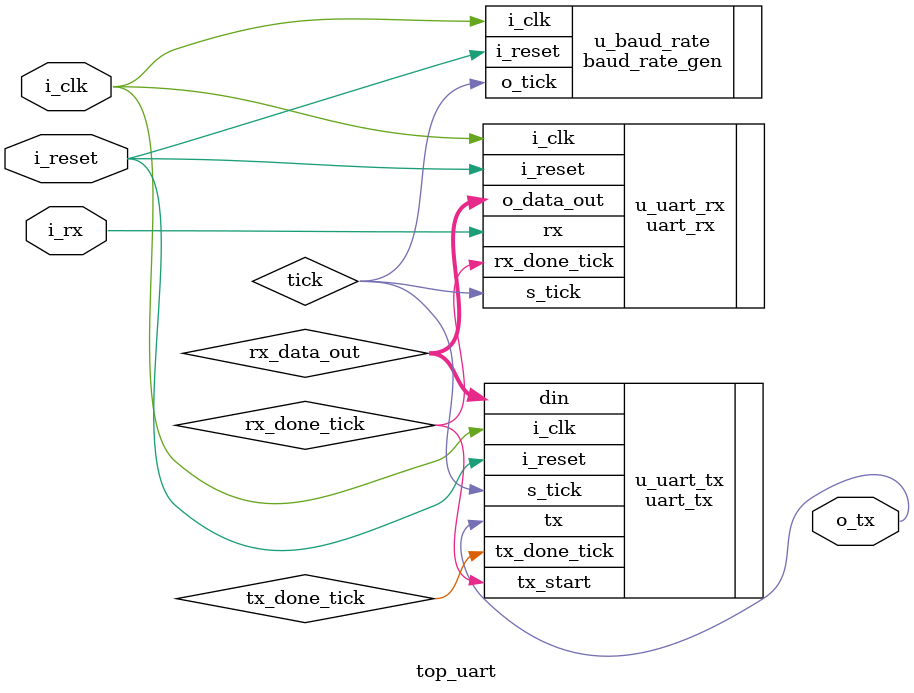
<source format=v>
`timescale 1ns / 1ps

//Listing 8.4
module top_uart
   #( //PARAMETROS
      // Default setting:
      // 19,200 baud, 8 data bits, 1 stop bit, 2^2 FIFO
      parameter DBIT = 8,                   // # data bits
                SB_TICK = 16,               // # ticks for stop bits, 16/24/32
                                            // for 1/1.5/2 stop bits
                BAUDRATE_DIVISOR = 10,      // baud rate divisor
                                            // BAUDRATE_DIVISOR = 50M/(16*baud_rate) ... 19,200BR=>163
                BAUDRATE_DIVISOR_BITS = 8,  // # bits of BAUDRATE_DIVISOR
                //FIFO_W = 2,                  // # addr bits of FIFO
                                            // # words in FIFO=2^FIFO_W
                NB_OP = 6                   //Bit number for operation
   )
   (
   //INPUTS
    input wire              i_clk, 
    input wire              i_reset,
//    input wire              rd_uart, 
//    input wire              wr_uart, 
    input wire              i_rx,
//    input wire  [DBIT-1:0]  w_data,
   //OUTPUTS
//    output wire             tx_full, 
//    output wire             rx_empty, 
    output wire             o_tx
//    output wire [DBIT-1:0]  r_data
   );

   // signal declaration
   wire             tick;               //Clk (Salida del Baud Rate Generator)
   wire             rx_done_tick;       //Salida de RX - Entrada a Interface Circuit
   wire             tx_done_tick;
   wire             tx_empty;
   wire             tx_start;
   wire [DBIT-1:0]  tx_data_out; 
   wire [DBIT-1:0]  rx_data_out;        //Salida de RX - Entrada a Iterface Circuit
   wire [DBIT-1:0]  data_a;
   wire [DBIT-1:0]  data_b;   
   wire [DBIT-1:0]  o_alu;
   wire [NB_OP-1:0] operation;
   

   
   //BAUD RATE GENERATOR
    baud_rate_gen #(
        .BAUDRATE_DIVISOR       (BAUDRATE_DIVISOR),
        .BAUDRATE_DIVISOR_BITS  (BAUDRATE_DIVISOR_BITS)
    )
    u_baud_rate (
        .i_clk          (i_clk),
        .i_reset        (i_reset),
        .o_tick         (tick)      
    );

    //MODULO RECEPTOR
    uart_rx #(
        .DBIT           (DBIT),
        .SB_TICK        (SB_TICK)
    ) 
    u_uart_rx (
        .i_clk          (i_clk), 
        .i_reset        (i_reset), 
        .rx             (i_rx), 
        .s_tick         (tick),
        .rx_done_tick   (rx_done_tick), 
        .o_data_out     (rx_data_out)
      );
    
    //MODULO TRANSMISOR 
    uart_tx #(
        .DBIT           (DBIT),
        .SB_TICK        (SB_TICK)
    ) 
    u_uart_tx (
        .i_clk          (i_clk), 
        .i_reset        (i_reset), 
        .tx_start       (rx_done_tick),
        .s_tick         (tick), 
        .din            (rx_data_out),
        .tx_done_tick   (tx_done_tick), 
        .tx             (o_tx)
    );

//    //MODULO RECEPTOR
//    uart_rx #(.DBIT(DBIT), .SB_TICK(SB_TICK)) 
//    u_uart_rx
//      ( .i_clk          (i_clk), 
//        .i_reset        (i_reset), 
//        .rx             (rx), 
//        .s_tick         (tick),
//        .rx_done_tick   (rx_done_tick), 
//        .o_data_out     (rx_data_out)
//      );
    
//    //MODULO TRANSMISOR 
//    uart_tx 
//    #(  .DBIT(DBIT),.SB_TICK(SB_TICK)) 
//    u_uart_tx
//      ( .i_clk          (i_clk), 
//        .i_reset        (i_reset), 
//        .tx_start       (tx_start),
//        .s_tick         (tick), 
//        .din            (tx_data_out),
//        .tx_done_tick   (tx_done_tick), 
//        .tx             (o_tx)
//      );
      
//    //MODULO INTERFAZ
//    interface_circuit #( .DBIT(DBIT), .NB_OP(NB_OP))
//    u_interface_circuit
//    (   //Input
//        .i_clk          (i_clk),
//        .i_reset        (i_reset),
//        .rx_done_tick   (rx_done_tick),
//        .rx_data_in     (rx_data_out),
//        .alu_data_in    (o_alu),
//        //Output
//        .tx_start       (tx_start),
//        .data_a         (data_a),
//        .data_b         (data_b),
//        .operation      (operation),   
//        .data_out       (tx_data_out)
//    );
    
//    //ALU
//    ALU #(.NB_DATA(DBIT), .NB_OP(NB_OP))
//    u_ALU
//    (   .i_data_a       (data_a),
//        .i_data_b       (data_b),
//        .i_operation    (operation),
//        .o_result       (o_alu)
//    );
       
    
    assign tx_start = ~tx_empty;

endmodule
</source>
